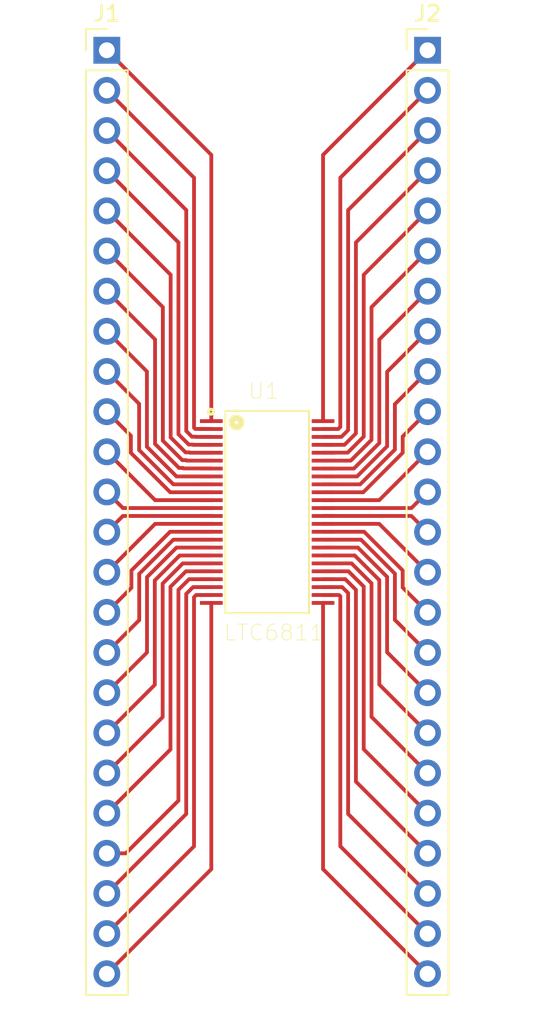
<source format=kicad_pcb>
(kicad_pcb (version 20171130) (host pcbnew "(5.0.1)-4")

  (general
    (thickness 1.6)
    (drawings 0)
    (tracks 203)
    (zones 0)
    (modules 3)
    (nets 49)
  )

  (page A4)
  (layers
    (0 F.Cu signal)
    (31 B.Cu signal)
    (32 B.Adhes user)
    (33 F.Adhes user)
    (34 B.Paste user)
    (35 F.Paste user)
    (36 B.SilkS user)
    (37 F.SilkS user)
    (38 B.Mask user)
    (39 F.Mask user)
    (40 Dwgs.User user)
    (41 Cmts.User user)
    (42 Eco1.User user)
    (43 Eco2.User user)
    (44 Edge.Cuts user)
    (45 Margin user)
    (46 B.CrtYd user)
    (47 F.CrtYd user)
    (48 B.Fab user)
    (49 F.Fab user)
  )

  (setup
    (last_trace_width 0.24)
    (trace_clearance 0.254)
    (zone_clearance 0.508)
    (zone_45_only no)
    (trace_min 0.2)
    (segment_width 0.2)
    (edge_width 0.15)
    (via_size 0.8)
    (via_drill 0.4)
    (via_min_size 0.4)
    (via_min_drill 0.3)
    (uvia_size 0.3)
    (uvia_drill 0.1)
    (uvias_allowed no)
    (uvia_min_size 0.2)
    (uvia_min_drill 0.1)
    (pcb_text_width 0.3)
    (pcb_text_size 1.5 1.5)
    (mod_edge_width 0.15)
    (mod_text_size 1 1)
    (mod_text_width 0.15)
    (pad_size 1.524 1.524)
    (pad_drill 0.762)
    (pad_to_mask_clearance 0.051)
    (solder_mask_min_width 0.25)
    (aux_axis_origin 0 0)
    (visible_elements FFFFFF7F)
    (pcbplotparams
      (layerselection 0x010fc_ffffffff)
      (usegerberextensions false)
      (usegerberattributes false)
      (usegerberadvancedattributes false)
      (creategerberjobfile false)
      (excludeedgelayer true)
      (linewidth 0.076200)
      (plotframeref false)
      (viasonmask false)
      (mode 1)
      (useauxorigin false)
      (hpglpennumber 1)
      (hpglpenspeed 20)
      (hpglpendiameter 15.000000)
      (psnegative false)
      (psa4output false)
      (plotreference true)
      (plotvalue true)
      (plotinvisibletext false)
      (padsonsilk false)
      (subtractmaskfromsilk false)
      (outputformat 1)
      (mirror false)
      (drillshape 1)
      (scaleselection 1)
      (outputdirectory ""))
  )

  (net 0 "")
  (net 1 24)
  (net 2 23)
  (net 3 22)
  (net 4 21)
  (net 5 20)
  (net 6 19)
  (net 7 18)
  (net 8 17)
  (net 9 16)
  (net 10 15)
  (net 11 14)
  (net 12 13)
  (net 13 12)
  (net 14 11)
  (net 15 10)
  (net 16 9)
  (net 17 8)
  (net 18 7)
  (net 19 6)
  (net 20 5)
  (net 21 4)
  (net 22 3)
  (net 23 2)
  (net 24 1)
  (net 25 48)
  (net 26 47)
  (net 27 46)
  (net 28 45)
  (net 29 44)
  (net 30 43)
  (net 31 42)
  (net 32 41)
  (net 33 40)
  (net 34 39)
  (net 35 38)
  (net 36 37)
  (net 37 36)
  (net 38 35)
  (net 39 34)
  (net 40 33)
  (net 41 32)
  (net 42 31)
  (net 43 30)
  (net 44 29)
  (net 45 28)
  (net 46 27)
  (net 47 26)
  (net 48 25)

  (net_class Default "This is the default net class."
    (clearance 0.254)
    (trace_width 0.24)
    (via_dia 0.8)
    (via_drill 0.4)
    (uvia_dia 0.3)
    (uvia_drill 0.1)
    (add_net 1)
    (add_net 10)
    (add_net 11)
    (add_net 12)
    (add_net 13)
    (add_net 14)
    (add_net 15)
    (add_net 16)
    (add_net 17)
    (add_net 18)
    (add_net 19)
    (add_net 2)
    (add_net 20)
    (add_net 21)
    (add_net 22)
    (add_net 23)
    (add_net 24)
    (add_net 25)
    (add_net 26)
    (add_net 27)
    (add_net 28)
    (add_net 29)
    (add_net 3)
    (add_net 30)
    (add_net 31)
    (add_net 32)
    (add_net 33)
    (add_net 34)
    (add_net 35)
    (add_net 36)
    (add_net 37)
    (add_net 38)
    (add_net 39)
    (add_net 4)
    (add_net 40)
    (add_net 41)
    (add_net 42)
    (add_net 43)
    (add_net 44)
    (add_net 45)
    (add_net 46)
    (add_net 47)
    (add_net 48)
    (add_net 5)
    (add_net 6)
    (add_net 7)
    (add_net 8)
    (add_net 9)
  )

  (module Pin_Headers:Pin_Header_Straight_1x24_Pitch2.54mm (layer F.Cu) (tedit 59650532) (tstamp 5C88451F)
    (at 127 68.58)
    (descr "Through hole straight pin header, 1x24, 2.54mm pitch, single row")
    (tags "Through hole pin header THT 1x24 2.54mm single row")
    (path /5C88023A)
    (fp_text reference J1 (at 0 -2.33) (layer F.SilkS)
      (effects (font (size 1 1) (thickness 0.15)))
    )
    (fp_text value Conn_01x24_Male (at 0 60.75) (layer F.Fab)
      (effects (font (size 1 1) (thickness 0.15)))
    )
    (fp_text user %R (at 0 29.21 90) (layer F.Fab)
      (effects (font (size 1 1) (thickness 0.15)))
    )
    (fp_line (start 1.8 -1.8) (end -1.8 -1.8) (layer F.CrtYd) (width 0.05))
    (fp_line (start 1.8 60.2) (end 1.8 -1.8) (layer F.CrtYd) (width 0.05))
    (fp_line (start -1.8 60.2) (end 1.8 60.2) (layer F.CrtYd) (width 0.05))
    (fp_line (start -1.8 -1.8) (end -1.8 60.2) (layer F.CrtYd) (width 0.05))
    (fp_line (start -1.33 -1.33) (end 0 -1.33) (layer F.SilkS) (width 0.12))
    (fp_line (start -1.33 0) (end -1.33 -1.33) (layer F.SilkS) (width 0.12))
    (fp_line (start -1.33 1.27) (end 1.33 1.27) (layer F.SilkS) (width 0.12))
    (fp_line (start 1.33 1.27) (end 1.33 59.75) (layer F.SilkS) (width 0.12))
    (fp_line (start -1.33 1.27) (end -1.33 59.75) (layer F.SilkS) (width 0.12))
    (fp_line (start -1.33 59.75) (end 1.33 59.75) (layer F.SilkS) (width 0.12))
    (fp_line (start -1.27 -0.635) (end -0.635 -1.27) (layer F.Fab) (width 0.1))
    (fp_line (start -1.27 59.69) (end -1.27 -0.635) (layer F.Fab) (width 0.1))
    (fp_line (start 1.27 59.69) (end -1.27 59.69) (layer F.Fab) (width 0.1))
    (fp_line (start 1.27 -1.27) (end 1.27 59.69) (layer F.Fab) (width 0.1))
    (fp_line (start -0.635 -1.27) (end 1.27 -1.27) (layer F.Fab) (width 0.1))
    (pad 24 thru_hole oval (at 0 58.42) (size 1.7 1.7) (drill 1) (layers *.Cu *.Mask)
      (net 1 24))
    (pad 23 thru_hole oval (at 0 55.88) (size 1.7 1.7) (drill 1) (layers *.Cu *.Mask)
      (net 2 23))
    (pad 22 thru_hole oval (at 0 53.34) (size 1.7 1.7) (drill 1) (layers *.Cu *.Mask)
      (net 3 22))
    (pad 21 thru_hole oval (at 0 50.8) (size 1.7 1.7) (drill 1) (layers *.Cu *.Mask)
      (net 4 21))
    (pad 20 thru_hole oval (at 0 48.26) (size 1.7 1.7) (drill 1) (layers *.Cu *.Mask)
      (net 5 20))
    (pad 19 thru_hole oval (at 0 45.72) (size 1.7 1.7) (drill 1) (layers *.Cu *.Mask)
      (net 6 19))
    (pad 18 thru_hole oval (at 0 43.18) (size 1.7 1.7) (drill 1) (layers *.Cu *.Mask)
      (net 7 18))
    (pad 17 thru_hole oval (at 0 40.64) (size 1.7 1.7) (drill 1) (layers *.Cu *.Mask)
      (net 8 17))
    (pad 16 thru_hole oval (at 0 38.1) (size 1.7 1.7) (drill 1) (layers *.Cu *.Mask)
      (net 9 16))
    (pad 15 thru_hole oval (at 0 35.56) (size 1.7 1.7) (drill 1) (layers *.Cu *.Mask)
      (net 10 15))
    (pad 14 thru_hole oval (at 0 33.02) (size 1.7 1.7) (drill 1) (layers *.Cu *.Mask)
      (net 11 14))
    (pad 13 thru_hole oval (at 0 30.48) (size 1.7 1.7) (drill 1) (layers *.Cu *.Mask)
      (net 12 13))
    (pad 12 thru_hole oval (at 0 27.94) (size 1.7 1.7) (drill 1) (layers *.Cu *.Mask)
      (net 13 12))
    (pad 11 thru_hole oval (at 0 25.4) (size 1.7 1.7) (drill 1) (layers *.Cu *.Mask)
      (net 14 11))
    (pad 10 thru_hole oval (at 0 22.86) (size 1.7 1.7) (drill 1) (layers *.Cu *.Mask)
      (net 15 10))
    (pad 9 thru_hole oval (at 0 20.32) (size 1.7 1.7) (drill 1) (layers *.Cu *.Mask)
      (net 16 9))
    (pad 8 thru_hole oval (at 0 17.78) (size 1.7 1.7) (drill 1) (layers *.Cu *.Mask)
      (net 17 8))
    (pad 7 thru_hole oval (at 0 15.24) (size 1.7 1.7) (drill 1) (layers *.Cu *.Mask)
      (net 18 7))
    (pad 6 thru_hole oval (at 0 12.7) (size 1.7 1.7) (drill 1) (layers *.Cu *.Mask)
      (net 19 6))
    (pad 5 thru_hole oval (at 0 10.16) (size 1.7 1.7) (drill 1) (layers *.Cu *.Mask)
      (net 20 5))
    (pad 4 thru_hole oval (at 0 7.62) (size 1.7 1.7) (drill 1) (layers *.Cu *.Mask)
      (net 21 4))
    (pad 3 thru_hole oval (at 0 5.08) (size 1.7 1.7) (drill 1) (layers *.Cu *.Mask)
      (net 22 3))
    (pad 2 thru_hole oval (at 0 2.54) (size 1.7 1.7) (drill 1) (layers *.Cu *.Mask)
      (net 23 2))
    (pad 1 thru_hole rect (at 0 0) (size 1.7 1.7) (drill 1) (layers *.Cu *.Mask)
      (net 24 1))
    (model ${KISYS3DMOD}/Pin_Headers.3dshapes/Pin_Header_Straight_1x24_Pitch2.54mm.wrl
      (at (xyz 0 0 0))
      (scale (xyz 1 1 1))
      (rotate (xyz 0 0 0))
    )
  )

  (module Pin_Headers:Pin_Header_Straight_1x24_Pitch2.54mm (layer F.Cu) (tedit 59650532) (tstamp 5C884757)
    (at 147.32 68.58)
    (descr "Through hole straight pin header, 1x24, 2.54mm pitch, single row")
    (tags "Through hole pin header THT 1x24 2.54mm single row")
    (path /5C880319)
    (fp_text reference J2 (at 0 -2.33) (layer F.SilkS)
      (effects (font (size 1 1) (thickness 0.15)))
    )
    (fp_text value Conn_01x24_Male (at 0 60.75) (layer F.Fab)
      (effects (font (size 1 1) (thickness 0.15)))
    )
    (fp_line (start -0.635 -1.27) (end 1.27 -1.27) (layer F.Fab) (width 0.1))
    (fp_line (start 1.27 -1.27) (end 1.27 59.69) (layer F.Fab) (width 0.1))
    (fp_line (start 1.27 59.69) (end -1.27 59.69) (layer F.Fab) (width 0.1))
    (fp_line (start -1.27 59.69) (end -1.27 -0.635) (layer F.Fab) (width 0.1))
    (fp_line (start -1.27 -0.635) (end -0.635 -1.27) (layer F.Fab) (width 0.1))
    (fp_line (start -1.33 59.75) (end 1.33 59.75) (layer F.SilkS) (width 0.12))
    (fp_line (start -1.33 1.27) (end -1.33 59.75) (layer F.SilkS) (width 0.12))
    (fp_line (start 1.33 1.27) (end 1.33 59.75) (layer F.SilkS) (width 0.12))
    (fp_line (start -1.33 1.27) (end 1.33 1.27) (layer F.SilkS) (width 0.12))
    (fp_line (start -1.33 0) (end -1.33 -1.33) (layer F.SilkS) (width 0.12))
    (fp_line (start -1.33 -1.33) (end 0 -1.33) (layer F.SilkS) (width 0.12))
    (fp_line (start -1.8 -1.8) (end -1.8 60.2) (layer F.CrtYd) (width 0.05))
    (fp_line (start -1.8 60.2) (end 1.8 60.2) (layer F.CrtYd) (width 0.05))
    (fp_line (start 1.8 60.2) (end 1.8 -1.8) (layer F.CrtYd) (width 0.05))
    (fp_line (start 1.8 -1.8) (end -1.8 -1.8) (layer F.CrtYd) (width 0.05))
    (fp_text user %R (at 0 29.21 90) (layer F.Fab)
      (effects (font (size 1 1) (thickness 0.15)))
    )
    (pad 1 thru_hole rect (at 0 0) (size 1.7 1.7) (drill 1) (layers *.Cu *.Mask)
      (net 25 48))
    (pad 2 thru_hole oval (at 0 2.54) (size 1.7 1.7) (drill 1) (layers *.Cu *.Mask)
      (net 26 47))
    (pad 3 thru_hole oval (at 0 5.08) (size 1.7 1.7) (drill 1) (layers *.Cu *.Mask)
      (net 27 46))
    (pad 4 thru_hole oval (at 0 7.62) (size 1.7 1.7) (drill 1) (layers *.Cu *.Mask)
      (net 28 45))
    (pad 5 thru_hole oval (at 0 10.16) (size 1.7 1.7) (drill 1) (layers *.Cu *.Mask)
      (net 29 44))
    (pad 6 thru_hole oval (at 0 12.7) (size 1.7 1.7) (drill 1) (layers *.Cu *.Mask)
      (net 30 43))
    (pad 7 thru_hole oval (at 0 15.24) (size 1.7 1.7) (drill 1) (layers *.Cu *.Mask)
      (net 31 42))
    (pad 8 thru_hole oval (at 0 17.78) (size 1.7 1.7) (drill 1) (layers *.Cu *.Mask)
      (net 32 41))
    (pad 9 thru_hole oval (at 0 20.32) (size 1.7 1.7) (drill 1) (layers *.Cu *.Mask)
      (net 33 40))
    (pad 10 thru_hole oval (at 0 22.86) (size 1.7 1.7) (drill 1) (layers *.Cu *.Mask)
      (net 34 39))
    (pad 11 thru_hole oval (at 0 25.4) (size 1.7 1.7) (drill 1) (layers *.Cu *.Mask)
      (net 35 38))
    (pad 12 thru_hole oval (at 0 27.94) (size 1.7 1.7) (drill 1) (layers *.Cu *.Mask)
      (net 36 37))
    (pad 13 thru_hole oval (at 0 30.48) (size 1.7 1.7) (drill 1) (layers *.Cu *.Mask)
      (net 37 36))
    (pad 14 thru_hole oval (at 0 33.02) (size 1.7 1.7) (drill 1) (layers *.Cu *.Mask)
      (net 38 35))
    (pad 15 thru_hole oval (at 0 35.56) (size 1.7 1.7) (drill 1) (layers *.Cu *.Mask)
      (net 39 34))
    (pad 16 thru_hole oval (at 0 38.1) (size 1.7 1.7) (drill 1) (layers *.Cu *.Mask)
      (net 40 33))
    (pad 17 thru_hole oval (at 0 40.64) (size 1.7 1.7) (drill 1) (layers *.Cu *.Mask)
      (net 41 32))
    (pad 18 thru_hole oval (at 0 43.18) (size 1.7 1.7) (drill 1) (layers *.Cu *.Mask)
      (net 42 31))
    (pad 19 thru_hole oval (at 0 45.72) (size 1.7 1.7) (drill 1) (layers *.Cu *.Mask)
      (net 43 30))
    (pad 20 thru_hole oval (at 0 48.26) (size 1.7 1.7) (drill 1) (layers *.Cu *.Mask)
      (net 44 29))
    (pad 21 thru_hole oval (at 0 50.8) (size 1.7 1.7) (drill 1) (layers *.Cu *.Mask)
      (net 45 28))
    (pad 22 thru_hole oval (at 0 53.34) (size 1.7 1.7) (drill 1) (layers *.Cu *.Mask)
      (net 46 27))
    (pad 23 thru_hole oval (at 0 55.88) (size 1.7 1.7) (drill 1) (layers *.Cu *.Mask)
      (net 47 26))
    (pad 24 thru_hole oval (at 0 58.42) (size 1.7 1.7) (drill 1) (layers *.Cu *.Mask)
      (net 48 25))
    (model ${KISYS3DMOD}/Pin_Headers.3dshapes/Pin_Header_Straight_1x24_Pitch2.54mm.wrl
      (at (xyz 0 0 0))
      (scale (xyz 1 1 1))
      (rotate (xyz 0 0 0))
    )
  )

  (module FSFootprints:FSOP-48_[LTC6811-2]_10_thou_compat (layer F.Cu) (tedit 5C88070B) (tstamp 5C8838D3)
    (at 137.16 97.79)
    (path /5C87FF8F)
    (attr smd)
    (fp_text reference U1 (at -0.21051 -7.6534) (layer F.SilkS)
      (effects (font (size 1.00241 1.00241) (thickness 0.05)))
    )
    (fp_text value LTC6811 (at 0.425775 7.62898) (layer F.SilkS)
      (effects (font (size 1.00183 1.00183) (thickness 0.05)))
    )
    (fp_line (start -2.65 -6.4) (end 2.65 -6.4) (layer Eco2.User) (width 0.127))
    (fp_line (start 2.65 -6.4) (end 2.65 6.4) (layer F.SilkS) (width 0.127))
    (fp_line (start 2.65 6.4) (end -2.65 6.4) (layer Eco2.User) (width 0.127))
    (fp_line (start -2.65 6.4) (end -2.65 -6.4) (layer F.SilkS) (width 0.127))
    (fp_line (start -2.65 -6.4) (end 2.65 -6.4) (layer F.SilkS) (width 0.127))
    (fp_line (start -2.65 6.4) (end 2.65 6.4) (layer F.SilkS) (width 0.127))
    (fp_line (start -4.5 -6.75) (end 4.5 -6.75) (layer F.CrtYd) (width 0.05))
    (fp_line (start 4.5 -6.75) (end 4.5 6.75) (layer F.CrtYd) (width 0.05))
    (fp_line (start 4.5 6.75) (end -4.5 6.75) (layer F.CrtYd) (width 0.05))
    (fp_line (start -4.5 6.75) (end -4.5 -6.75) (layer F.CrtYd) (width 0.05))
    (fp_circle (center -1.945 -5.665) (end -1.845 -5.665) (layer F.SilkS) (width 0.4))
    (fp_circle (center -3.56 -6.345) (end -3.51 -6.345) (layer F.SilkS) (width 0.2))
    (pad 12 smd rect (at -3.54 -0.25) (size 1.44 0.24) (layers F.Cu F.Paste F.Mask)
      (net 13 12))
    (pad 37 smd rect (at 3.54 -0.25) (size 1.44 0.24) (layers F.Cu F.Paste F.Mask)
      (net 36 37))
    (pad 11 smd rect (at -3.54 -0.75) (size 1.44 0.24) (layers F.Cu F.Paste F.Mask)
      (net 14 11))
    (pad 10 smd rect (at -3.54 -1.25) (size 1.44 0.24) (layers F.Cu F.Paste F.Mask)
      (net 15 10))
    (pad 9 smd rect (at -3.54 -1.75) (size 1.44 0.24) (layers F.Cu F.Paste F.Mask)
      (net 16 9))
    (pad 8 smd rect (at -3.54 -2.25) (size 1.44 0.24) (layers F.Cu F.Paste F.Mask)
      (net 17 8))
    (pad 7 smd rect (at -3.54 -2.75) (size 1.44 0.24) (layers F.Cu F.Paste F.Mask)
      (net 18 7))
    (pad 6 smd rect (at -3.54 -3.25) (size 1.44 0.24) (layers F.Cu F.Paste F.Mask)
      (net 19 6))
    (pad 5 smd rect (at -3.54 -3.75) (size 1.44 0.24) (layers F.Cu F.Paste F.Mask)
      (net 20 5))
    (pad 4 smd rect (at -3.54 -4.25) (size 1.44 0.24) (layers F.Cu F.Paste F.Mask)
      (net 21 4))
    (pad 3 smd rect (at -3.54 -4.75) (size 1.44 0.24) (layers F.Cu F.Paste F.Mask)
      (net 22 3))
    (pad 2 smd rect (at -3.54 -5.25) (size 1.44 0.24) (layers F.Cu F.Paste F.Mask)
      (net 23 2))
    (pad 1 smd rect (at -3.54 -5.75) (size 1.44 0.24) (layers F.Cu F.Paste F.Mask)
      (net 24 1))
    (pad 38 smd rect (at 3.54 -0.75) (size 1.44 0.24) (layers F.Cu F.Paste F.Mask)
      (net 35 38))
    (pad 39 smd rect (at 3.54 -1.25) (size 1.44 0.24) (layers F.Cu F.Paste F.Mask)
      (net 34 39))
    (pad 40 smd rect (at 3.54 -1.75) (size 1.44 0.24) (layers F.Cu F.Paste F.Mask)
      (net 33 40))
    (pad 41 smd rect (at 3.54 -2.25) (size 1.44 0.24) (layers F.Cu F.Paste F.Mask)
      (net 32 41))
    (pad 42 smd rect (at 3.54 -2.75) (size 1.44 0.24) (layers F.Cu F.Paste F.Mask)
      (net 31 42))
    (pad 43 smd rect (at 3.54 -3.25) (size 1.44 0.24) (layers F.Cu F.Paste F.Mask)
      (net 30 43))
    (pad 44 smd rect (at 3.54 -3.75) (size 1.44 0.24) (layers F.Cu F.Paste F.Mask)
      (net 29 44))
    (pad 45 smd rect (at 3.54 -4.25) (size 1.44 0.24) (layers F.Cu F.Paste F.Mask)
      (net 28 45))
    (pad 46 smd rect (at 3.54 -4.75) (size 1.44 0.24) (layers F.Cu F.Paste F.Mask)
      (net 27 46))
    (pad 47 smd rect (at 3.54 -5.25) (size 1.44 0.24) (layers F.Cu F.Paste F.Mask)
      (net 26 47))
    (pad 48 smd rect (at 3.54 -5.75) (size 1.44 0.24) (layers F.Cu F.Paste F.Mask)
      (net 25 48))
    (pad 13 smd rect (at -3.54 0.25) (size 1.44 0.24) (layers F.Cu F.Paste F.Mask)
      (net 12 13))
    (pad 14 smd rect (at -3.54 0.75) (size 1.44 0.24) (layers F.Cu F.Paste F.Mask)
      (net 11 14))
    (pad 15 smd rect (at -3.54 1.25) (size 1.44 0.24) (layers F.Cu F.Paste F.Mask)
      (net 10 15))
    (pad 16 smd rect (at -3.54 1.75) (size 1.44 0.24) (layers F.Cu F.Paste F.Mask)
      (net 9 16))
    (pad 17 smd rect (at -3.54 2.25) (size 1.44 0.24) (layers F.Cu F.Paste F.Mask)
      (net 8 17))
    (pad 18 smd rect (at -3.54 2.75) (size 1.44 0.24) (layers F.Cu F.Paste F.Mask)
      (net 7 18))
    (pad 19 smd rect (at -3.54 3.25) (size 1.44 0.24) (layers F.Cu F.Paste F.Mask)
      (net 6 19))
    (pad 20 smd rect (at -3.54 3.75) (size 1.44 0.24) (layers F.Cu F.Paste F.Mask)
      (net 5 20))
    (pad 21 smd rect (at -3.54 4.25) (size 1.44 0.24) (layers F.Cu F.Paste F.Mask)
      (net 4 21))
    (pad 22 smd rect (at -3.54 4.75) (size 1.44 0.24) (layers F.Cu F.Paste F.Mask)
      (net 3 22))
    (pad 23 smd rect (at -3.54 5.25) (size 1.44 0.24) (layers F.Cu F.Paste F.Mask)
      (net 2 23))
    (pad 24 smd rect (at -3.54 5.75) (size 1.44 0.24) (layers F.Cu F.Paste F.Mask)
      (net 1 24))
    (pad 36 smd rect (at 3.54 0.25) (size 1.44 0.24) (layers F.Cu F.Paste F.Mask)
      (net 37 36))
    (pad 35 smd rect (at 3.54 0.75) (size 1.44 0.24) (layers F.Cu F.Paste F.Mask)
      (net 38 35))
    (pad 34 smd rect (at 3.54 1.25) (size 1.44 0.24) (layers F.Cu F.Paste F.Mask)
      (net 39 34))
    (pad 33 smd rect (at 3.54 1.75) (size 1.44 0.24) (layers F.Cu F.Paste F.Mask)
      (net 40 33))
    (pad 32 smd rect (at 3.54 2.25) (size 1.44 0.24) (layers F.Cu F.Paste F.Mask)
      (net 41 32))
    (pad 31 smd rect (at 3.54 2.75) (size 1.44 0.24) (layers F.Cu F.Paste F.Mask)
      (net 42 31))
    (pad 30 smd rect (at 3.54 3.25) (size 1.44 0.24) (layers F.Cu F.Paste F.Mask)
      (net 43 30))
    (pad 29 smd rect (at 3.54 3.75) (size 1.44 0.24) (layers F.Cu F.Paste F.Mask)
      (net 44 29))
    (pad 28 smd rect (at 3.54 4.25) (size 1.44 0.24) (layers F.Cu F.Paste F.Mask)
      (net 45 28))
    (pad 27 smd rect (at 3.54 4.75) (size 1.44 0.24) (layers F.Cu F.Paste F.Mask)
      (net 46 27))
    (pad 26 smd rect (at 3.54 5.25) (size 1.44 0.24) (layers F.Cu F.Paste F.Mask)
      (net 47 26))
    (pad 25 smd rect (at 3.54 5.75) (size 1.44 0.24) (layers F.Cu F.Paste F.Mask)
      (net 48 25))
  )

  (segment (start 133.62 120.38) (end 127 127) (width 0.24) (layer F.Cu) (net 1))
  (segment (start 133.62 103.54) (end 133.62 120.38) (width 0.24) (layer F.Cu) (net 1))
  (segment (start 132.5245 103.1755) (end 132.66 103.04) (width 0.24) (layer F.Cu) (net 2))
  (segment (start 132.66 103.04) (end 133.62 103.04) (width 0.24) (layer F.Cu) (net 2))
  (segment (start 127 124.46) (end 132.5245 118.9355) (width 0.24) (layer F.Cu) (net 2))
  (segment (start 132.5245 118.9355) (end 132.5245 103.1755) (width 0.24) (layer F.Cu) (net 2) (status 40000))
  (segment (start 127.849999 121.070001) (end 127 121.92) (width 0.24) (layer F.Cu) (net 3))
  (segment (start 132.03049 102.970875) (end 132.03049 116.88951) (width 0.24) (layer F.Cu) (net 3))
  (segment (start 132.03049 116.88951) (end 127.849999 121.070001) (width 0.24) (layer F.Cu) (net 3))
  (segment (start 133.62 102.54) (end 132.461365 102.54) (width 0.24) (layer F.Cu) (net 3))
  (segment (start 132.461365 102.54) (end 132.03049 102.970875) (width 0.24) (layer F.Cu) (net 3))
  (segment (start 132.2115 102.04) (end 133.62 102.04) (width 0.24) (layer F.Cu) (net 4))
  (segment (start 131.536479 102.715021) (end 132.2115 102.04) (width 0.24) (layer F.Cu) (net 4))
  (segment (start 131.536479 116.045602) (end 131.536479 102.715021) (width 0.24) (layer F.Cu) (net 4))
  (segment (start 127 119.38) (end 128.202081 119.38) (width 0.24) (layer F.Cu) (net 4))
  (segment (start 128.202081 119.38) (end 131.536479 116.045602) (width 0.24) (layer F.Cu) (net 4))
  (segment (start 127.849999 115.990001) (end 127 116.84) (width 0.24) (layer F.Cu) (net 5))
  (segment (start 131.03352 112.80648) (end 127.849999 115.990001) (width 0.24) (layer F.Cu) (net 5))
  (segment (start 131.03352 102.519345) (end 131.03352 112.80648) (width 0.24) (layer F.Cu) (net 5))
  (segment (start 133.62 101.54) (end 132.012865 101.54) (width 0.24) (layer F.Cu) (net 5))
  (segment (start 132.012865 101.54) (end 131.03352 102.519345) (width 0.24) (layer F.Cu) (net 5))
  (segment (start 130.53822 110.76178) (end 127 114.3) (width 0.24) (layer F.Cu) (net 6))
  (segment (start 130.53822 102.31601) (end 130.53822 110.76178) (width 0.24) (layer F.Cu) (net 6))
  (segment (start 133.62 101.04) (end 131.81423 101.04) (width 0.24) (layer F.Cu) (net 6))
  (segment (start 131.81423 101.04) (end 130.53822 102.31601) (width 0.24) (layer F.Cu) (net 6))
  (segment (start 132.66 100.54) (end 133.62 100.54) (width 0.24) (layer F.Cu) (net 7))
  (segment (start 131.615596 100.54) (end 132.66 100.54) (width 0.24) (layer F.Cu) (net 7))
  (segment (start 130.04038 102.115216) (end 131.615596 100.54) (width 0.24) (layer F.Cu) (net 7))
  (segment (start 130.04038 108.71962) (end 130.04038 102.115216) (width 0.24) (layer F.Cu) (net 7))
  (segment (start 127 111.76) (end 130.04038 108.71962) (width 0.24) (layer F.Cu) (net 7))
  (segment (start 129.54637 106.67363) (end 127 109.22) (width 0.24) (layer F.Cu) (net 8))
  (segment (start 129.54637 101.910592) (end 129.54637 106.67363) (width 0.24) (layer F.Cu) (net 8))
  (segment (start 131.416962 100.04) (end 129.54637 101.910592) (width 0.24) (layer F.Cu) (net 8))
  (segment (start 133.62 100.04) (end 131.416962 100.04) (width 0.24) (layer F.Cu) (net 8))
  (segment (start 127 106.68) (end 129.05236 104.62764) (width 0.24) (layer F.Cu) (net 9))
  (segment (start 129.05236 104.62764) (end 129.05236 101.70156) (width 0.24) (layer F.Cu) (net 9))
  (segment (start 131.21392 99.54) (end 133.62 99.54) (width 0.24) (layer F.Cu) (net 9))
  (segment (start 129.05236 101.70156) (end 131.21392 99.54) (width 0.24) (layer F.Cu) (net 9))
  (segment (start 128.55835 102.58165) (end 128.55835 101.48945) (width 0.24) (layer F.Cu) (net 10))
  (segment (start 127 104.14) (end 128.55835 102.58165) (width 0.24) (layer F.Cu) (net 10))
  (segment (start 131.0078 99.04) (end 133.62 99.04) (width 0.24) (layer F.Cu) (net 10))
  (segment (start 128.55835 101.48945) (end 131.0078 99.04) (width 0.24) (layer F.Cu) (net 10))
  (segment (start 130.06 98.54) (end 127 101.6) (width 0.24) (layer F.Cu) (net 11))
  (segment (start 133.62 98.54) (end 130.06 98.54) (width 0.24) (layer F.Cu) (net 11))
  (segment (start 128.02 98.04) (end 127 99.06) (width 0.24) (layer F.Cu) (net 12))
  (segment (start 133.62 98.04) (end 128.02 98.04) (width 0.24) (layer F.Cu) (net 12))
  (segment (start 128.02 97.54) (end 127 96.52) (width 0.24) (layer F.Cu) (net 13))
  (segment (start 133.62 97.54) (end 128.02 97.54) (width 0.24) (layer F.Cu) (net 13))
  (segment (start 130.06 97.04) (end 127 93.98) (width 0.24) (layer F.Cu) (net 14))
  (segment (start 133.62 97.04) (end 130.06 97.04) (width 0.24) (layer F.Cu) (net 14))
  (segment (start 131.017711 96.539999) (end 133.62 96.54) (width 0.24) (layer F.Cu) (net 15))
  (segment (start 128.524 94.046288) (end 131.017711 96.539999) (width 0.24) (layer F.Cu) (net 15))
  (segment (start 127 91.44) (end 128.524 92.964) (width 0.24) (layer F.Cu) (net 15))
  (segment (start 128.524 92.964) (end 128.524 94.046288) (width 0.24) (layer F.Cu) (net 15))
  (segment (start 132.66 96.04) (end 133.62 96.04) (width 0.24) (layer F.Cu) (net 16))
  (segment (start 131.216346 96.04) (end 132.66 96.04) (width 0.24) (layer F.Cu) (net 16))
  (segment (start 129.04599 93.869644) (end 131.216346 96.04) (width 0.24) (layer F.Cu) (net 16))
  (segment (start 127 88.9) (end 129.04599 90.94599) (width 0.24) (layer F.Cu) (net 16))
  (segment (start 129.04599 90.94599) (end 129.04599 93.869644) (width 0.24) (layer F.Cu) (net 16))
  (segment (start 131.41498 95.54) (end 129.54 93.66502) (width 0.24) (layer F.Cu) (net 17))
  (segment (start 133.62 95.54) (end 131.41498 95.54) (width 0.24) (layer F.Cu) (net 17))
  (segment (start 129.54 88.9) (end 127 86.36) (width 0.24) (layer F.Cu) (net 17))
  (segment (start 129.54 93.66502) (end 129.54 88.9) (width 0.24) (layer F.Cu) (net 17))
  (segment (start 130.055945 86.875945) (end 127 83.82) (width 0.24) (layer F.Cu) (net 18))
  (segment (start 130.055945 93.48233) (end 130.055945 86.875945) (width 0.24) (layer F.Cu) (net 18))
  (segment (start 133.62 95.04) (end 133.62 95.03401) (width 0.24) (layer F.Cu) (net 18))
  (segment (start 131.834061 95.004055) (end 131.57767 95.004055) (width 0.24) (layer F.Cu) (net 18))
  (segment (start 131.57767 95.004055) (end 130.055945 93.48233) (width 0.24) (layer F.Cu) (net 18))
  (segment (start 133.62 95.03401) (end 131.980948 95.03401) (width 0.24) (layer F.Cu) (net 18))
  (segment (start 131.980948 95.03401) (end 131.864019 95.034012) (width 0.24) (layer F.Cu) (net 18))
  (segment (start 131.864019 95.034012) (end 131.834061 95.004055) (width 0.24) (layer F.Cu) (net 18))
  (segment (start 127.849999 82.129999) (end 127 81.28) (width 0.24) (layer F.Cu) (net 19))
  (segment (start 133.62 94.54) (end 132.068636 94.54) (width 0.24) (layer F.Cu) (net 19))
  (segment (start 132.03868 94.510045) (end 131.782295 94.510045) (width 0.24) (layer F.Cu) (net 19))
  (segment (start 130.549955 84.829955) (end 127.849999 82.129999) (width 0.24) (layer F.Cu) (net 19))
  (segment (start 130.549955 93.277705) (end 130.549955 84.829955) (width 0.24) (layer F.Cu) (net 19))
  (segment (start 132.068636 94.54) (end 132.03868 94.510045) (width 0.24) (layer F.Cu) (net 19))
  (segment (start 131.782295 94.510045) (end 130.549955 93.277705) (width 0.24) (layer F.Cu) (net 19))
  (segment (start 132.267272 94.04) (end 132.66 94.04) (width 0.24) (layer F.Cu) (net 20))
  (segment (start 132.66 94.04) (end 133.62 94.04) (width 0.24) (layer F.Cu) (net 20))
  (segment (start 131.043966 82.783966) (end 131.043966 93.073079) (width 0.24) (layer F.Cu) (net 20))
  (segment (start 131.043966 93.073079) (end 131.986921 94.016034) (width 0.24) (layer F.Cu) (net 20))
  (segment (start 127 78.74) (end 131.043966 82.783966) (width 0.24) (layer F.Cu) (net 20))
  (segment (start 132.243305 94.016034) (end 132.267272 94.04) (width 0.24) (layer F.Cu) (net 20))
  (segment (start 131.986921 94.016034) (end 132.243305 94.016034) (width 0.24) (layer F.Cu) (net 20))
  (segment (start 132.44793 93.522023) (end 132.465908 93.54) (width 0.24) (layer F.Cu) (net 21))
  (segment (start 132.465908 93.54) (end 132.66 93.54) (width 0.24) (layer F.Cu) (net 21))
  (segment (start 132.191547 93.522023) (end 132.44793 93.522023) (width 0.24) (layer F.Cu) (net 21))
  (segment (start 131.537977 92.868453) (end 132.191547 93.522023) (width 0.24) (layer F.Cu) (net 21))
  (segment (start 131.537977 80.737977) (end 131.537977 92.868453) (width 0.24) (layer F.Cu) (net 21))
  (segment (start 127 76.2) (end 131.537977 80.737977) (width 0.24) (layer F.Cu) (net 21))
  (segment (start 132.66 93.54) (end 133.62 93.54) (width 0.24) (layer F.Cu) (net 21))
  (segment (start 132.396173 93.028012) (end 132.648012 93.028012) (width 0.24) (layer F.Cu) (net 22))
  (segment (start 127 73.66) (end 132.031988 78.691988) (width 0.24) (layer F.Cu) (net 22))
  (segment (start 132.648012 93.028012) (end 132.66 93.04) (width 0.24) (layer F.Cu) (net 22))
  (segment (start 132.66 93.04) (end 133.62 93.04) (width 0.24) (layer F.Cu) (net 22))
  (segment (start 132.031988 92.663827) (end 132.396173 93.028012) (width 0.24) (layer F.Cu) (net 22))
  (segment (start 132.031988 78.691988) (end 132.031988 92.663827) (width 0.24) (layer F.Cu) (net 22))
  (segment (start 132.525999 76.645999) (end 132.525999 92.459201) (width 0.24) (layer F.Cu) (net 23))
  (segment (start 132.600799 92.534001) (end 133.614001 92.534001) (width 0.24) (layer F.Cu) (net 23))
  (segment (start 133.614001 92.534001) (end 133.62 92.54) (width 0.24) (layer F.Cu) (net 23))
  (segment (start 132.525999 92.459201) (end 132.600799 92.534001) (width 0.24) (layer F.Cu) (net 23))
  (segment (start 127 71.12) (end 132.525999 76.645999) (width 0.24) (layer F.Cu) (net 23))
  (segment (start 133.62 75.2) (end 133.62 92.04) (width 0.24) (layer F.Cu) (net 24))
  (segment (start 127 68.58) (end 133.62 75.2) (width 0.24) (layer F.Cu) (net 24))
  (segment (start 140.7 75.2) (end 140.7 92.04) (width 0.24) (layer F.Cu) (net 25))
  (segment (start 147.32 68.58) (end 140.7 75.2) (width 0.24) (layer F.Cu) (net 25))
  (segment (start 141.66 92.54) (end 140.7 92.54) (width 0.24) (layer F.Cu) (net 26))
  (segment (start 141.794001 92.405999) (end 141.66 92.54) (width 0.24) (layer F.Cu) (net 26))
  (segment (start 141.794001 76.645999) (end 141.794001 92.405999) (width 0.24) (layer F.Cu) (net 26))
  (segment (start 147.32 71.12) (end 141.794001 76.645999) (width 0.24) (layer F.Cu) (net 26))
  (segment (start 147.32 73.66) (end 142.288011 78.691989) (width 0.24) (layer F.Cu) (net 27))
  (segment (start 141.66 93.04) (end 140.7 93.04) (width 0.24) (layer F.Cu) (net 27))
  (segment (start 141.858635 93.04) (end 141.66 93.04) (width 0.24) (layer F.Cu) (net 27))
  (segment (start 142.288011 92.610624) (end 141.858635 93.04) (width 0.24) (layer F.Cu) (net 27))
  (segment (start 142.288011 78.691989) (end 142.288011 92.610624) (width 0.24) (layer F.Cu) (net 27))
  (segment (start 141.66 93.54) (end 140.7 93.54) (width 0.24) (layer F.Cu) (net 28))
  (segment (start 142.05727 93.54) (end 141.66 93.54) (width 0.24) (layer F.Cu) (net 28))
  (segment (start 142.782021 92.815249) (end 142.05727 93.54) (width 0.24) (layer F.Cu) (net 28))
  (segment (start 142.782021 80.737979) (end 142.782021 92.815249) (width 0.24) (layer F.Cu) (net 28))
  (segment (start 147.32 76.2) (end 142.782021 80.737979) (width 0.24) (layer F.Cu) (net 28))
  (segment (start 140.70599 94.03401) (end 140.7 94.04) (width 0.24) (layer F.Cu) (net 29))
  (segment (start 142.261895 94.03401) (end 140.70599 94.03401) (width 0.24) (layer F.Cu) (net 29))
  (segment (start 143.276031 93.019874) (end 142.261895 94.03401) (width 0.24) (layer F.Cu) (net 29))
  (segment (start 143.276031 82.783969) (end 143.276031 93.019874) (width 0.24) (layer F.Cu) (net 29))
  (segment (start 147.32 78.74) (end 143.276031 82.783969) (width 0.24) (layer F.Cu) (net 29))
  (segment (start 141.66 94.54) (end 140.7 94.54) (width 0.24) (layer F.Cu) (net 30))
  (segment (start 142.45454 94.54) (end 141.66 94.54) (width 0.24) (layer F.Cu) (net 30))
  (segment (start 143.770041 93.224499) (end 142.45454 94.54) (width 0.24) (layer F.Cu) (net 30))
  (segment (start 143.770041 84.829959) (end 143.770041 93.224499) (width 0.24) (layer F.Cu) (net 30))
  (segment (start 147.32 81.28) (end 143.770041 84.829959) (width 0.24) (layer F.Cu) (net 30))
  (segment (start 141.66 95.04) (end 140.7 95.04) (width 0.24) (layer F.Cu) (net 31))
  (segment (start 142.653175 95.04) (end 141.66 95.04) (width 0.24) (layer F.Cu) (net 31))
  (segment (start 144.264051 93.429124) (end 142.653175 95.04) (width 0.24) (layer F.Cu) (net 31))
  (segment (start 144.264051 86.875949) (end 144.264051 93.429124) (width 0.24) (layer F.Cu) (net 31))
  (segment (start 147.32 83.82) (end 144.264051 86.875949) (width 0.24) (layer F.Cu) (net 31))
  (segment (start 142.85181 95.54) (end 140.7 95.54) (width 0.24) (layer F.Cu) (net 32))
  (segment (start 144.758061 93.633749) (end 142.85181 95.54) (width 0.24) (layer F.Cu) (net 32))
  (segment (start 147.32 86.36) (end 144.758061 88.921939) (width 0.24) (layer F.Cu) (net 32))
  (segment (start 144.758061 88.921939) (end 144.758061 93.633749) (width 0.24) (layer F.Cu) (net 32))
  (segment (start 141.66 96.04) (end 140.7 96.04) (width 0.24) (layer F.Cu) (net 33))
  (segment (start 143.050445 96.04) (end 141.66 96.04) (width 0.24) (layer F.Cu) (net 33))
  (segment (start 145.252071 93.838374) (end 143.050445 96.04) (width 0.24) (layer F.Cu) (net 33))
  (segment (start 145.252071 90.967929) (end 145.252071 93.838374) (width 0.24) (layer F.Cu) (net 33))
  (segment (start 147.32 88.9) (end 145.252071 90.967929) (width 0.24) (layer F.Cu) (net 33))
  (segment (start 143.24908 96.54) (end 145.746081 94.042999) (width 0.24) (layer F.Cu) (net 34))
  (segment (start 140.7 96.54) (end 143.24908 96.54) (width 0.24) (layer F.Cu) (net 34))
  (segment (start 145.746081 93.013919) (end 147.32 91.44) (width 0.24) (layer F.Cu) (net 34))
  (segment (start 145.746081 94.042999) (end 145.746081 93.013919) (width 0.24) (layer F.Cu) (net 34))
  (segment (start 144.26 97.04) (end 147.32 93.98) (width 0.24) (layer F.Cu) (net 35))
  (segment (start 140.7 97.04) (end 144.26 97.04) (width 0.24) (layer F.Cu) (net 35))
  (segment (start 146.3 97.54) (end 147.32 96.52) (width 0.24) (layer F.Cu) (net 36))
  (segment (start 140.7 97.54) (end 146.3 97.54) (width 0.24) (layer F.Cu) (net 36))
  (segment (start 146.3 98.04) (end 140.7 98.04) (width 0.24) (layer F.Cu) (net 37))
  (segment (start 147.32 99.06) (end 146.3 98.04) (width 0.24) (layer F.Cu) (net 37))
  (segment (start 144.26 98.54) (end 140.7 98.54) (width 0.24) (layer F.Cu) (net 38))
  (segment (start 147.32 101.6) (end 144.26 98.54) (width 0.24) (layer F.Cu) (net 38))
  (segment (start 141.66 99.04) (end 140.7 99.04) (width 0.24) (layer F.Cu) (net 39))
  (segment (start 143.302282 99.04) (end 141.66 99.04) (width 0.24) (layer F.Cu) (net 39))
  (segment (start 145.746081 101.483799) (end 143.302282 99.04) (width 0.24) (layer F.Cu) (net 39))
  (segment (start 145.746081 102.566081) (end 145.746081 101.483799) (width 0.24) (layer F.Cu) (net 39))
  (segment (start 147.32 104.14) (end 145.746081 102.566081) (width 0.24) (layer F.Cu) (net 39))
  (segment (start 141.66 99.54) (end 140.7 99.54) (width 0.24) (layer F.Cu) (net 40))
  (segment (start 143.103647 99.54) (end 141.66 99.54) (width 0.24) (layer F.Cu) (net 40))
  (segment (start 145.252071 101.688424) (end 143.103647 99.54) (width 0.24) (layer F.Cu) (net 40))
  (segment (start 145.252071 104.612071) (end 145.252071 101.688424) (width 0.24) (layer F.Cu) (net 40))
  (segment (start 147.32 106.68) (end 145.252071 104.612071) (width 0.24) (layer F.Cu) (net 40))
  (segment (start 141.66 100.04) (end 140.7 100.04) (width 0.24) (layer F.Cu) (net 41))
  (segment (start 142.905012 100.04) (end 141.66 100.04) (width 0.24) (layer F.Cu) (net 41))
  (segment (start 144.758061 101.893049) (end 142.905012 100.04) (width 0.24) (layer F.Cu) (net 41))
  (segment (start 144.758061 106.658061) (end 144.758061 101.893049) (width 0.24) (layer F.Cu) (net 41))
  (segment (start 147.32 109.22) (end 144.758061 106.658061) (width 0.24) (layer F.Cu) (net 41))
  (segment (start 144.264051 102.097674) (end 142.700378 100.534001) (width 0.24) (layer F.Cu) (net 42))
  (segment (start 147.32 111.76) (end 144.264051 108.704051) (width 0.24) (layer F.Cu) (net 42))
  (segment (start 144.264051 108.704051) (end 144.264051 102.097674) (width 0.24) (layer F.Cu) (net 42))
  (segment (start 142.694379 100.54) (end 140.7 100.54) (width 0.24) (layer F.Cu) (net 42))
  (segment (start 142.700378 100.534001) (end 142.694379 100.54) (width 0.24) (layer F.Cu) (net 42))
  (segment (start 141.66 101.04) (end 140.7 101.04) (width 0.24) (layer F.Cu) (net 43))
  (segment (start 142.507742 101.04) (end 141.66 101.04) (width 0.24) (layer F.Cu) (net 43))
  (segment (start 143.770041 102.302299) (end 142.507742 101.04) (width 0.24) (layer F.Cu) (net 43))
  (segment (start 143.770041 110.750041) (end 143.770041 102.302299) (width 0.24) (layer F.Cu) (net 43))
  (segment (start 147.32 114.3) (end 143.770041 110.750041) (width 0.24) (layer F.Cu) (net 43))
  (segment (start 141.66 101.54) (end 140.7 101.54) (width 0.24) (layer F.Cu) (net 44))
  (segment (start 142.309107 101.54) (end 141.66 101.54) (width 0.24) (layer F.Cu) (net 44))
  (segment (start 143.276031 102.506924) (end 142.309107 101.54) (width 0.24) (layer F.Cu) (net 44))
  (segment (start 143.276031 112.796031) (end 143.276031 102.506924) (width 0.24) (layer F.Cu) (net 44))
  (segment (start 147.32 116.84) (end 143.276031 112.796031) (width 0.24) (layer F.Cu) (net 44))
  (segment (start 142.782021 102.711549) (end 142.104473 102.034001) (width 0.24) (layer F.Cu) (net 45))
  (segment (start 147.32 119.38) (end 142.782021 114.842021) (width 0.24) (layer F.Cu) (net 45))
  (segment (start 142.782021 114.842021) (end 142.782021 102.711549) (width 0.24) (layer F.Cu) (net 45))
  (segment (start 142.098474 102.04) (end 140.7 102.04) (width 0.24) (layer F.Cu) (net 45))
  (segment (start 142.104473 102.034001) (end 142.098474 102.04) (width 0.24) (layer F.Cu) (net 45))
  (segment (start 141.66 102.54) (end 140.7 102.54) (width 0.24) (layer F.Cu) (net 46))
  (segment (start 141.911837 102.54) (end 141.66 102.54) (width 0.24) (layer F.Cu) (net 46))
  (segment (start 142.288011 102.916174) (end 141.911837 102.54) (width 0.24) (layer F.Cu) (net 46))
  (segment (start 142.288011 116.888011) (end 142.288011 102.916174) (width 0.24) (layer F.Cu) (net 46))
  (segment (start 147.32 121.92) (end 142.288011 116.888011) (width 0.24) (layer F.Cu) (net 46))
  (segment (start 141.794001 118.934001) (end 147.32 124.46) (width 0.24) (layer F.Cu) (net 47))
  (segment (start 141.794001 103.120799) (end 141.794001 118.934001) (width 0.24) (layer F.Cu) (net 47))
  (segment (start 140.7 103.04) (end 141.713202 103.04) (width 0.24) (layer F.Cu) (net 47))
  (segment (start 141.713202 103.04) (end 141.794001 103.120799) (width 0.24) (layer F.Cu) (net 47))
  (segment (start 140.7 120.38) (end 147.32 127) (width 0.24) (layer F.Cu) (net 48))
  (segment (start 140.7 103.54) (end 140.7 120.38) (width 0.24) (layer F.Cu) (net 48))

)

</source>
